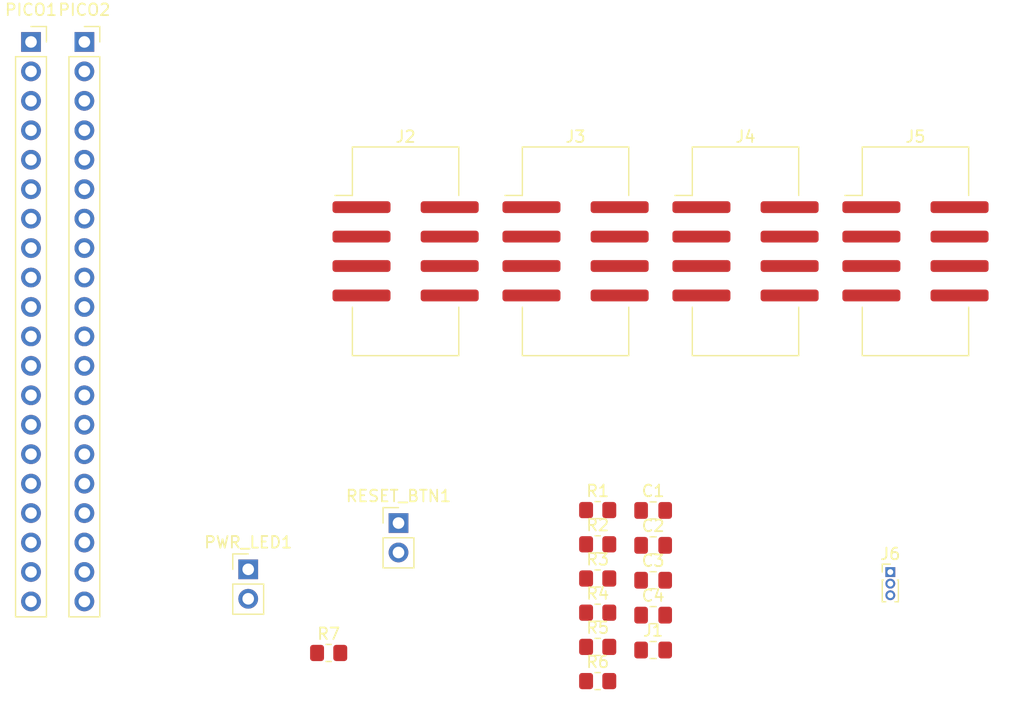
<source format=kicad_pcb>
(kicad_pcb (version 20221018) (generator pcbnew)
  (layers (0 "F.Cu" signal) (31 "B.Cu" signal) (34 "B.Paste" user) (35 "F.Paste" user) (36 "B.SilkS" user "B.Silkscreen") (37 "F.SilkS" user "F.Silkscreen") (38 "B.Mask" user) (39 "F.Mask" user) (44 "Edge.Cuts" user))
  (net 0 "")
  (net 1 "/CLK")
  (net 2 "/SI")
  (net 3 "GND")
  (net 4 "/CS1")
  (net 5 "/SO")
  (net 6 "/CS0")
  (net 7 "/CS5")
  (net 8 "/CS4")
  (net 9 "/CS3")
  (net 10 "/CS2")
  (net 11 "/CS7")
  (net 12 "/CS6")
  (net 13 "/USB_PIO_DO")
  (net 14 "/USB_PIO_DI")
  (net 18 "+5V")
  (net 21 "+3V3")
  (net 22 "/PWR_LED")
  (net 24 "/AUD_PWM1")
  (net 25 "/AUD_PWM0")
  (net 26 "/RESET")
  (net 32 "/UART_RX")
  (net 33 "/UART_TX")
  (net 34 "Net-(PWR_LED1-Pin_2)")
  (net 35 "Net-(C1-Pad2)")
  (net 36 "Net-(C2-Pad1)")
  (net 38 "/AUD_R")
  (net 39 "/AUD_L")
  (footprint "Connector_PinHeader_2.54mm:PinHeader_1x02_P2.54mm_Vertical" (layer "F.Cu") (at 123.9266 107.3404)
    (fp_text reference "PWR_LED1" (at 0 -2.33) (layer "F.SilkS"))
    (fp_text value "Power IN")
    (fp_line (start -1.33 -1.33) (end 0 -1.33) (stroke (width 0.12)) (layer "F.SilkS"))
    (fp_line (start -1.33 0) (end -1.33 -1.33) (stroke (width 0.12)) (layer "F.SilkS"))
    (fp_line (start -1.33 1.27) (end -1.33 3.87) (stroke (width 0.12)) (layer "F.SilkS"))
    (fp_line (start -1.33 1.27) (end 1.33 1.27) (stroke (width 0.12)) (layer "F.SilkS"))
    (fp_line (start -1.33 3.87) (end 1.33 3.87) (stroke (width 0.12)) (layer "F.SilkS"))
    (fp_line (start 1.33 1.27) (end 1.33 3.87) (stroke (width 0.12)) (layer "F.SilkS"))
    (pad "1" thru_hole rect (at 0 0) (size 1.7 1.7) (drill 1) (layers "*.Cu" "*.Mask") (net 3 "GND"))
    (pad "2" thru_hole oval (at 0 2.54) (size 1.7 1.7) (drill 1) (layers "*.Cu" "*.Mask") (net 34 "Net-(PWR_LED1-Pin_2)"))
  )
  (footprint "Resistor_SMD:R_0805_2012Metric_Pad1.20x1.40mm_HandSolder" (layer "F.Cu") (at 154.0501 102.23)
    (fp_text reference "R1" (at 0 -1.65) (layer "F.SilkS"))
    (fp_text value "R")
    (fp_line (start -0.227064 -0.735) (end 0.227064 -0.735) (stroke (width 0.12)) (layer "F.SilkS"))
    (fp_line (start -0.227064 0.735) (end 0.227064 0.735) (stroke (width 0.12)) (layer "F.SilkS"))
    (pad "1" smd roundrect (at -1 0) (size 1.2 1.4) (layers "F.Cu" "F.Paste" "F.Mask") (roundrect_rratio 0.208333) (net 25 "/AUD_PWM0"))
    (pad "2" smd roundrect (at 1 0) (size 1.2 1.4) (layers "F.Cu" "F.Paste" "F.Mask") (roundrect_rratio 0.208333) (net 35 "Net-(C1-Pad2)"))
  )
  (footprint "Capacitor_SMD:C_0805_2012Metric_Pad1.18x1.45mm_HandSolder" (layer "F.Cu") (at 158.8301 105.27)
    (fp_text reference "C2" (at 0 -1.68) (layer "F.SilkS"))
    (fp_text value "C")
    (fp_line (start -0.261252 -0.735) (end 0.261252 -0.735) (stroke (width 0.12)) (layer "F.SilkS"))
    (fp_line (start -0.261252 0.735) (end 0.261252 0.735) (stroke (width 0.12)) (layer "F.SilkS"))
    (pad "1" smd roundrect (at -1.0375 0) (size 1.175 1.45) (layers "F.Cu" "F.Paste" "F.Mask") (roundrect_rratio 0.212766) (net 36 "Net-(C2-Pad1)"))
    (pad "2" smd roundrect (at 1.0375 0) (size 1.175 1.45) (layers "F.Cu" "F.Paste" "F.Mask") (roundrect_rratio 0.212766) (net 3 "GND"))
  )
  (footprint "Capacitor_SMD:C_0805_2012Metric_Pad1.18x1.45mm_HandSolder" (layer "F.Cu") (at 158.8301 111.29)
    (fp_text reference "C4" (at 0 -1.68) (layer "F.SilkS"))
    (fp_text value "C")
    (fp_line (start -0.261252 -0.735) (end 0.261252 -0.735) (stroke (width 0.12)) (layer "F.SilkS"))
    (fp_line (start -0.261252 0.735) (end 0.261252 0.735) (stroke (width 0.12)) (layer "F.SilkS"))
    (pad "1" smd roundrect (at -1.0375 0) (size 1.175 1.45) (layers "F.Cu" "F.Paste" "F.Mask") (roundrect_rratio 0.212766) (net 36 "Net-(C2-Pad1)"))
    (pad "2" smd roundrect (at 1.0375 0) (size 1.175 1.45) (layers "F.Cu" "F.Paste" "F.Mask") (roundrect_rratio 0.212766) (net 38 "/AUD_R"))
  )
  (footprint "Connector_IDC:IDC-Header_2x04_P2.54mm_Vertical_SMD" (layer "F.Cu") (at 152.1422 79.9084)
    (fp_text reference "J3" (at 0 -9.89) (layer "F.SilkS"))
    (fp_text value "Conn_02x04_Top_Bottom")
    (fp_line (start -4.585 -9) (end 4.585 -9) (stroke (width 0.12)) (layer "F.SilkS"))
    (fp_line (start -4.585 -4.82) (end -6.085 -4.82) (stroke (width 0.12)) (layer "F.SilkS"))
    (fp_line (start -4.585 -4.82) (end -4.585 -9) (stroke (width 0.12)) (layer "F.SilkS"))
    (fp_line (start -4.585 4.82) (end -4.585 9) (stroke (width 0.12)) (layer "F.SilkS"))
    (fp_line (start -4.585 9) (end 4.585 9) (stroke (width 0.12)) (layer "F.SilkS"))
    (fp_line (start 4.585 -9) (end 4.585 -4.82) (stroke (width 0.12)) (layer "F.SilkS"))
    (fp_line (start 4.585 9) (end 4.585 4.82) (stroke (width 0.12)) (layer "F.SilkS"))
    (pad "1" smd roundrect (at -3.8 -3.81) (size 5 1.02) (layers "F.Cu" "F.Paste" "F.Mask") (net 21 "+3V3"))
    (pad "2" smd roundrect (at 3.8 -3.81) (size 5 1.02) (layers "F.Cu" "F.Paste" "F.Mask") (net 18 "+5V"))
    (pad "3" smd roundrect (at -3.8 -1.27) (size 5 1.02) (layers "F.Cu" "F.Paste" "F.Mask") (net 3 "GND"))
    (pad "4" smd roundrect (at 3.8 -1.27) (size 5 1.02) (layers "F.Cu" "F.Paste" "F.Mask") (net 7 "/CS5"))
    (pad "5" smd roundrect (at -3.8 1.27) (size 5 1.02) (layers "F.Cu" "F.Paste" "F.Mask") (net 1 "/CLK"))
    (pad "6" smd roundrect (at 3.8 1.27) (size 5 1.02) (layers "F.Cu" "F.Paste" "F.Mask") (net 5 "/SO"))
    (pad "7" smd roundrect (at -3.8 3.81) (size 5 1.02) (layers "F.Cu" "F.Paste" "F.Mask") (net 2 "/SI"))
    (pad "8" smd roundrect (at 3.8 3.81) (size 5 1.02) (layers "F.Cu" "F.Paste" "F.Mask") (net 8 "/CS4"))
  )
  (footprint "Resistor_SMD:R_0805_2012Metric_Pad1.20x1.40mm_HandSolder" (layer "F.Cu") (at 154.0501 116.98)
    (fp_text reference "R6" (at 0 -1.65) (layer "F.SilkS"))
    (fp_text value "R")
    (fp_line (start -0.227064 -0.735) (end 0.227064 -0.735) (stroke (width 0.12)) (layer "F.SilkS"))
    (fp_line (start -0.227064 0.735) (end 0.227064 0.735) (stroke (width 0.12)) (layer "F.SilkS"))
    (pad "1" smd roundrect (at -1 0) (size 1.2 1.4) (layers "F.Cu" "F.Paste" "F.Mask") (roundrect_rratio 0.208333) (net 39 "/AUD_L"))
    (pad "2" smd roundrect (at 1 0) (size 1.2 1.4) (layers "F.Cu" "F.Paste" "F.Mask") (roundrect_rratio 0.208333) (net 3 "GND"))
  )
  (footprint "Capacitor_SMD:C_0805_2012Metric_Pad1.18x1.45mm_HandSolder" (layer "F.Cu") (at 158.8301 114.3)
    (fp_text reference "J1" (at 0 -1.68) (layer "F.SilkS"))
    (fp_text value "Barrel_Jack")
    (fp_line (start -0.261252 -0.735) (end 0.261252 -0.735) (stroke (width 0.12)) (layer "F.SilkS"))
    (fp_line (start -0.261252 0.735) (end 0.261252 0.735) (stroke (width 0.12)) (layer "F.SilkS"))
    (pad "1" smd roundrect (at -1.0375 0) (size 1.175 1.45) (layers "F.Cu" "F.Paste" "F.Mask") (roundrect_rratio 0.212766) (net 18 "+5V"))
    (pad "2" smd roundrect (at 1.0375 0) (size 1.175 1.45) (layers "F.Cu" "F.Paste" "F.Mask") (roundrect_rratio 0.212766) (net 3 "GND"))
  )
  (footprint "Resistor_SMD:R_0805_2012Metric_Pad1.20x1.40mm_HandSolder" (layer "F.Cu") (at 154.0501 108.13)
    (fp_text reference "R3" (at 0 -1.65) (layer "F.SilkS"))
    (fp_text value "R")
    (fp_line (start -0.227064 -0.735) (end 0.227064 -0.735) (stroke (width 0.12)) (layer "F.SilkS"))
    (fp_line (start -0.227064 0.735) (end 0.227064 0.735) (stroke (width 0.12)) (layer "F.SilkS"))
    (pad "1" smd roundrect (at -1 0) (size 1.2 1.4) (layers "F.Cu" "F.Paste" "F.Mask") (roundrect_rratio 0.208333) (net 3 "GND"))
    (pad "2" smd roundrect (at 1 0) (size 1.2 1.4) (layers "F.Cu" "F.Paste" "F.Mask") (roundrect_rratio 0.208333) (net 35 "Net-(C1-Pad2)"))
  )
  (footprint "Connector_PinSocket_2.54mm:PinSocket_1x20_P2.54mm_Vertical" (layer "F.Cu") (at 105.2042 61.849)
    (fp_text reference "PICO1" (at 0 -2.77) (layer "F.SilkS"))
    (fp_text value "PICO_L")
    (fp_line (start -1.33 1.27) (end -1.33 49.59) (stroke (width 0.12)) (layer "F.SilkS"))
    (fp_line (start -1.33 1.27) (end 1.33 1.27) (stroke (width 0.12)) (layer "F.SilkS"))
    (fp_line (start -1.33 49.59) (end 1.33 49.59) (stroke (width 0.12)) (layer "F.SilkS"))
    (fp_line (start 0 -1.33) (end 1.33 -1.33) (stroke (width 0.12)) (layer "F.SilkS"))
    (fp_line (start 1.33 -1.33) (end 1.33 0) (stroke (width 0.12)) (layer "F.SilkS"))
    (fp_line (start 1.33 1.27) (end 1.33 49.59) (stroke (width 0.12)) (layer "F.SilkS"))
    (pad "1" thru_hole rect (at 0 0) (size 1.7 1.7) (drill 1) (layers "*.Cu" "*.Mask") (net 13 "/USB_PIO_DO"))
    (pad "2" thru_hole oval (at 0 2.54) (size 1.7 1.7) (drill 1) (layers "*.Cu" "*.Mask") (net 14 "/USB_PIO_DI"))
    (pad "3" thru_hole oval (at 0 5.08) (size 1.7 1.7) (drill 1) (layers "*.Cu" "*.Mask") (net 3 "GND"))
    (pad "4" thru_hole oval (at 0 7.62) (size 1.7 1.7) (drill 1) (layers "*.Cu" "*.Mask") (net 1 "/CLK"))
    (pad "5" thru_hole oval (at 0 10.16) (size 1.7 1.7) (drill 1) (layers "*.Cu" "*.Mask") (net 5 "/SO"))
    (pad "6" thru_hole oval (at 0 12.7) (size 1.7 1.7) (drill 1) (layers "*.Cu" "*.Mask") (net 2 "/SI"))
    (pad "7" thru_hole oval (at 0 15.24) (size 1.7 1.7) (drill 1) (layers "*.Cu" "*.Mask") (net 6 "/CS0"))
    (pad "8" thru_hole oval (at 0 17.78) (size 1.7 1.7) (drill 1) (layers "*.Cu" "*.Mask") (net 3 "GND"))
    (pad "9" thru_hole oval (at 0 20.32) (size 1.7 1.7) (drill 1) (layers "*.Cu" "*.Mask") (net 4 "/CS1"))
    (pad "10" thru_hole oval (at 0 22.86) (size 1.7 1.7) (drill 1) (layers "*.Cu" "*.Mask") (net 10 "/CS2"))
    (pad "11" thru_hole oval (at 0 25.4) (size 1.7 1.7) (drill 1) (layers "*.Cu" "*.Mask") (net 9 "/CS3"))
    (pad "12" thru_hole oval (at 0 27.94) (size 1.7 1.7) (drill 1) (layers "*.Cu" "*.Mask") (net 8 "/CS4"))
    (pad "13" thru_hole oval (at 0 30.48) (size 1.7 1.7) (drill 1) (layers "*.Cu" "*.Mask") (net 3 "GND"))
    (pad "14" thru_hole oval (at 0 33.02) (size 1.7 1.7) (drill 1) (layers "*.Cu" "*.Mask") (net 7 "/CS5"))
    (pad "15" thru_hole oval (at 0 35.56) (size 1.7 1.7) (drill 1) (layers "*.Cu" "*.Mask") (net 12 "/CS6"))
    (pad "16" thru_hole oval (at 0 38.1) (size 1.7 1.7) (drill 1) (layers "*.Cu" "*.Mask") (net 11 "/CS7"))
    (pad "17" thru_hole oval (at 0 40.64) (size 1.7 1.7) (drill 1) (layers "*.Cu" "*.Mask"))
    (pad "18" thru_hole oval (at 0 43.18) (size 1.7 1.7) (drill 1) (layers "*.Cu" "*.Mask") (net 3 "GND"))
    (pad "19" thru_hole oval (at 0 45.72) (size 1.7 1.7) (drill 1) (layers "*.Cu" "*.Mask"))
    (pad "20" thru_hole oval (at 0 48.26) (size 1.7 1.7) (drill 1) (layers "*.Cu" "*.Mask"))
  )
  (footprint "Resistor_SMD:R_0805_2012Metric_Pad1.20x1.40mm_HandSolder" (layer "F.Cu") (at 130.8608 114.554)
    (fp_text reference "R7" (at 0 -1.65) (layer "F.SilkS"))
    (fp_text value "R")
    (fp_line (start -0.227064 -0.735) (end 0.227064 -0.735) (stroke (width 0.12)) (layer "F.SilkS"))
    (fp_line (start -0.227064 0.735) (end 0.227064 0.735) (stroke (width 0.12)) (layer "F.SilkS"))
    (pad "1" smd roundrect (at -1 0) (size 1.2 1.4) (layers "F.Cu" "F.Paste" "F.Mask") (roundrect_rratio 0.208333) (net 22 "/PWR_LED"))
    (pad "2" smd roundrect (at 1 0) (size 1.2 1.4) (layers "F.Cu" "F.Paste" "F.Mask") (roundrect_rratio 0.208333) (net 34 "Net-(PWR_LED1-Pin_2)"))
  )
  (footprint "Capacitor_SMD:C_0805_2012Metric_Pad1.18x1.45mm_HandSolder" (layer "F.Cu") (at 158.8301 108.28)
    (fp_text reference "C3" (at 0 -1.68) (layer "F.SilkS"))
    (fp_text value "C")
    (fp_line (start -0.261252 -0.735) (end 0.261252 -0.735) (stroke (width 0.12)) (layer "F.SilkS"))
    (fp_line (start -0.261252 0.735) (end 0.261252 0.735) (stroke (width 0.12)) (layer "F.SilkS"))
    (pad "1" smd roundrect (at -1.0375 0) (size 1.175 1.45) (layers "F.Cu" "F.Paste" "F.Mask") (roundrect_rratio 0.212766) (net 35 "Net-(C1-Pad2)"))
    (pad "2" smd roundrect (at 1.0375 0) (size 1.175 1.45) (layers "F.Cu" "F.Paste" "F.Mask") (roundrect_rratio 0.212766))
  )
  (footprint "Connector_PinSocket_2.54mm:PinSocket_1x20_P2.54mm_Vertical" (layer "F.Cu") (at 109.8042 61.849)
    (fp_text reference "PICO2" (at 0 -2.77) (layer "F.SilkS"))
    (fp_text value "PICO_R")
    (fp_line (start -1.33 1.27) (end -1.33 49.59) (stroke (width 0.12)) (layer "F.SilkS"))
    (fp_line (start -1.33 1.27) (end 1.33 1.27) (stroke (width 0.12)) (layer "F.SilkS"))
    (fp_line (start -1.33 49.59) (end 1.33 49.59) (stroke (width 0.12)) (layer "F.SilkS"))
    (fp_line (start 0 -1.33) (end 1.33 -1.33) (stroke (width 0.12)) (layer "F.SilkS"))
    (fp_line (start 1.33 -1.33) (end 1.33 0) (stroke (width 0.12)) (layer "F.SilkS"))
    (fp_line (start 1.33 1.27) (end 1.33 49.59) (stroke (width 0.12)) (layer "F.SilkS"))
    (pad "1" thru_hole rect (at 0 0) (size 1.7 1.7) (drill 1) (layers "*.Cu" "*.Mask") (net 18 "+5V"))
    (pad "2" thru_hole oval (at 0 2.54) (size 1.7 1.7) (drill 1) (layers "*.Cu" "*.Mask"))
    (pad "3" thru_hole oval (at 0 5.08) (size 1.7 1.7) (drill 1) (layers "*.Cu" "*.Mask") (net 3 "GND"))
    (pad "4" thru_hole oval (at 0 7.62) (size 1.7 1.7) (drill 1) (layers "*.Cu" "*.Mask"))
    (pad "5" thru_hole oval (at 0 10.16) (size 1.7 1.7) (drill 1) (layers "*.Cu" "*.Mask") (net 21 "+3V3"))
    (pad "6" thru_hole oval (at 0 12.7) (size 1.7 1.7) (drill 1) (layers "*.Cu" "*.Mask") (net 22 "/PWR_LED"))
    (pad "7" thru_hole oval (at 0 15.24) (size 1.7 1.7) (drill 1) (layers "*.Cu" "*.Mask"))
    (pad "8" thru_hole oval (at 0 17.78) (size 1.7 1.7) (drill 1) (layers "*.Cu" "*.Mask") (net 3 "GND"))
    (pad "9" thru_hole oval (at 0 20.32) (size 1.7 1.7) (drill 1) (layers "*.Cu" "*.Mask") (net 24 "/AUD_PWM1"))
    (pad "10" thru_hole oval (at 0 22.86) (size 1.7 1.7) (drill 1) (layers "*.Cu" "*.Mask") (net 25 "/AUD_PWM0"))
    (pad "11" thru_hole oval (at 0 25.4) (size 1.7 1.7) (drill 1) (layers "*.Cu" "*.Mask") (net 26 "/RESET"))
    (pad "12" thru_hole oval (at 0 27.94) (size 1.7 1.7) (drill 1) (layers "*.Cu" "*.Mask"))
    (pad "13" thru_hole oval (at 0 30.48) (size 1.7 1.7) (drill 1) (layers "*.Cu" "*.Mask") (net 3 "GND"))
    (pad "14" thru_hole oval (at 0 33.02) (size 1.7 1.7) (drill 1) (layers "*.Cu" "*.Mask"))
    (pad "15" thru_hole oval (at 0 35.56) (size 1.7 1.7) (drill 1) (layers "*.Cu" "*.Mask"))
    (pad "16" thru_hole oval (at 0 38.1) (size 1.7 1.7) (drill 1) (layers "*.Cu" "*.Mask"))
    (pad "17" thru_hole oval (at 0 40.64) (size 1.7 1.7) (drill 1) (layers "*.Cu" "*.Mask"))
    (pad "18" thru_hole oval (at 0 43.18) (size 1.7 1.7) (drill 1) (layers "*.Cu" "*.Mask") (net 3 "GND"))
    (pad "19" thru_hole oval (at 0 45.72) (size 1.7 1.7) (drill 1) (layers "*.Cu" "*.Mask") (net 32 "/UART_RX"))
    (pad "20" thru_hole oval (at 0 48.26) (size 1.7 1.7) (drill 1) (layers "*.Cu" "*.Mask") (net 33 "/UART_TX"))
  )
  (footprint "Resistor_SMD:R_0805_2012Metric_Pad1.20x1.40mm_HandSolder" (layer "F.Cu") (at 154.0501 105.18)
    (fp_text reference "R2" (at 0 -1.65) (layer "F.SilkS"))
    (fp_text value "R")
    (fp_line (start -0.227064 -0.735) (end 0.227064 -0.735) (stroke (width 0.12)) (layer "F.SilkS"))
    (fp_line (start -0.227064 0.735) (end 0.227064 0.735) (stroke (width 0.12)) (layer "F.SilkS"))
    (pad "1" smd roundrect (at -1 0) (size 1.2 1.4) (layers "F.Cu" "F.Paste" "F.Mask") (roundrect_rratio 0.208333) (net 24 "/AUD_PWM1"))
    (pad "2" smd roundrect (at 1 0) (size 1.2 1.4) (layers "F.Cu" "F.Paste" "F.Mask") (roundrect_rratio 0.208333) (net 36 "Net-(C2-Pad1)"))
  )
  (footprint "Connector_PinHeader_1.00mm:PinHeader_1x03_P1.00mm_Vertical" (layer "F.Cu") (at 179.2732 107.5756)
    (fp_text reference "J6" (at 0 -1.56) (layer "F.SilkS"))
    (fp_text value "Conn_01x03_Socket")
    (fp_line (start -0.695 -0.685) (end 0 -0.685) (stroke (width 0.12)) (layer "F.SilkS"))
    (fp_line (start -0.695 0) (end -0.695 -0.685) (stroke (width 0.12)) (layer "F.SilkS"))
    (fp_line (start -0.695 0.685) (end -0.695 2.56) (stroke (width 0.12)) (layer "F.SilkS"))
    (fp_line (start -0.695 0.685) (end -0.608276 0.685) (stroke (width 0.12)) (layer "F.SilkS"))
    (fp_line (start -0.695 2.56) (end -0.394493 2.56) (stroke (width 0.12)) (layer "F.SilkS"))
    (fp_line (start 0.394493 2.56) (end 0.695 2.56) (stroke (width 0.12)) (layer "F.SilkS"))
    (fp_line (start 0.608276 0.685) (end 0.695 0.685) (stroke (width 0.12)) (layer "F.SilkS"))
    (fp_line (start 0.695 0.685) (end 0.695 2.56) (stroke (width 0.12)) (layer "F.SilkS"))
    (pad "1" thru_hole rect (at 0 0) (size 0.85 0.85) (drill 0.5) (layers "*.Cu" "*.Mask") (net 39 "/AUD_L"))
    (pad "2" thru_hole oval (at 0 1) (size 0.85 0.85) (drill 0.5) (layers "*.Cu" "*.Mask") (net 3 "GND"))
    (pad "3" thru_hole oval (at 0 2) (size 0.85 0.85) (drill 0.5) (layers "*.Cu" "*.Mask") (net 38 "/AUD_R"))
  )
  (footprint "Resistor_SMD:R_0805_2012Metric_Pad1.20x1.40mm_HandSolder" (layer "F.Cu") (at 154.0501 111.08)
    (fp_text reference "R4" (at 0 -1.65) (layer "F.SilkS"))
    (fp_text value "R")
    (fp_line (start -0.227064 -0.735) (end 0.227064 -0.735) (stroke (width 0.12)) (layer "F.SilkS"))
    (fp_line (start -0.227064 0.735) (end 0.227064 0.735) (stroke (width 0.12)) (layer "F.SilkS"))
    (pad "1" smd roundrect (at -1 0) (size 1.2 1.4) (layers "F.Cu" "F.Paste" "F.Mask") (roundrect_rratio 0.208333) (net 36 "Net-(C2-Pad1)"))
    (pad "2" smd roundrect (at 1 0) (size 1.2 1.4) (layers "F.Cu" "F.Paste" "F.Mask") (roundrect_rratio 0.208333) (net 3 "GND"))
  )
  (footprint "Connector_IDC:IDC-Header_2x04_P2.54mm_Vertical_SMD" (layer "F.Cu") (at 181.4422 79.9084)
    (fp_text reference "J5" (at 0 -9.89) (layer "F.SilkS"))
    (fp_text value "Conn_02x04_Top_Bottom")
    (fp_line (start -4.585 -9) (end 4.585 -9) (stroke (width 0.12)) (layer "F.SilkS"))
    (fp_line (start -4.585 -4.82) (end -6.085 -4.82) (stroke (width 0.12)) (layer "F.SilkS"))
    (fp_line (start -4.585 -4.82) (end -4.585 -9) (stroke (width 0.12)) (layer "F.SilkS"))
    (fp_line (start -4.585 4.82) (end -4.585 9) (stroke (width 0.12)) (layer "F.SilkS"))
    (fp_line (start -4.585 9) (end 4.585 9) (stroke (width 0.12)) (layer "F.SilkS"))
    (fp_line (start 4.585 -9) (end 4.585 -4.82) (stroke (width 0.12)) (layer "F.SilkS"))
    (fp_line (start 4.585 9) (end 4.585 4.82) (stroke (width 0.12)) (layer "F.SilkS"))
    (pad "1" smd roundrect (at -3.8 -3.81) (size 5 1.02) (layers "F.Cu" "F.Paste" "F.Mask") (net 21 "+3V3"))
    (pad "2" smd roundrect (at 3.8 -3.81) (size 5 1.02) (layers "F.Cu" "F.Paste" "F.Mask") (net 18 "+5V"))
    (pad "3" smd roundrect (at -3.8 -1.27) (size 5 1.02) (layers "F.Cu" "F.Paste" "F.Mask") (net 3 "GND"))
    (pad "4" smd roundrect (at 3.8 -1.27) (size 5 1.02) (layers "F.Cu" "F.Paste" "F.Mask") (net 11 "/CS7"))
    (pad "5" smd roundrect (at -3.8 1.27) (size 5 1.02) (layers "F.Cu" "F.Paste" "F.Mask") (net 1 "/CLK"))
    (pad "6" smd roundrect (at 3.8 1.27) (size 5 1.02) (layers "F.Cu" "F.Paste" "F.Mask") (net 5 "/SO"))
    (pad "7" smd roundrect (at -3.8 3.81) (size 5 1.02) (layers "F.Cu" "F.Paste" "F.Mask") (net 2 "/SI"))
    (pad "8" smd roundrect (at 3.8 3.81) (size 5 1.02) (layers "F.Cu" "F.Paste" "F.Mask") (net 12 "/CS6"))
  )
  (footprint "Connector_PinHeader_2.54mm:PinHeader_1x02_P2.54mm_Vertical" (layer "F.Cu") (at 136.8806 103.3476)
    (fp_text reference "RESET_BTN1" (at 0 -2.33) (layer "F.SilkS"))
    (fp_text value "Power IN")
    (fp_line (start -1.33 -1.33) (end 0 -1.33) (stroke (width 0.12)) (layer "F.SilkS"))
    (fp_line (start -1.33 0) (end -1.33 -1.33) (stroke (width 0.12)) (layer "F.SilkS"))
    (fp_line (start -1.33 1.27) (end -1.33 3.87) (stroke (width 0.12)) (layer "F.SilkS"))
    (fp_line (start -1.33 1.27) (end 1.33 1.27) (stroke (width 0.12)) (layer "F.SilkS"))
    (fp_line (start -1.33 3.87) (end 1.33 3.87) (stroke (width 0.12)) (layer "F.SilkS"))
    (fp_line (start 1.33 1.27) (end 1.33 3.87) (stroke (width 0.12)) (layer "F.SilkS"))
    (pad "1" thru_hole rect (at 0 0) (size 1.7 1.7) (drill 1) (layers "*.Cu" "*.Mask") (net 3 "GND"))
    (pad "2" thru_hole oval (at 0 2.54) (size 1.7 1.7) (drill 1) (layers "*.Cu" "*.Mask") (net 26 "/RESET"))
  )
  (footprint "Connector_IDC:IDC-Header_2x04_P2.54mm_Vertical_SMD" (layer "F.Cu") (at 166.7922 79.9084)
    (fp_text reference "J4" (at 0 -9.89) (layer "F.SilkS"))
    (fp_text value "Conn_02x04_Top_Bottom")
    (fp_line (start -4.585 -9) (end 4.585 -9) (stroke (width 0.12)) (layer "F.SilkS"))
    (fp_line (start -4.585 -4.82) (end -6.085 -4.82) (stroke (width 0.12)) (layer "F.SilkS"))
    (fp_line (start -4.585 -4.82) (end -4.585 -9) (stroke (width 0.12)) (layer "F.SilkS"))
    (fp_line (start -4.585 4.82) (end -4.585 9) (stroke (width 0.12)) (layer "F.SilkS"))
    (fp_line (start -4.585 9) (end 4.585 9) (stroke (width 0.12)) (layer "F.SilkS"))
    (fp_line (start 4.585 -9) (end 4.585 -4.82) (stroke (width 0.12)) (layer "F.SilkS"))
    (fp_line (start 4.585 9) (end 4.585 4.82) (stroke (width 0.12)) (layer "F.SilkS"))
    (pad "1" smd roundrect (at -3.8 -3.81) (size 5 1.02) (layers "F.Cu" "F.Paste" "F.Mask") (net 21 "+3V3"))
    (pad "2" smd roundrect (at 3.8 -3.81) (size 5 1.02) (layers "F.Cu" "F.Paste" "F.Mask") (net 18 "+5V"))
    (pad "3" smd roundrect (at -3.8 -1.27) (size 5 1.02) (layers "F.Cu" "F.Paste" "F.Mask") (net 3 "GND"))
    (pad "4" smd roundrect (at 3.8 -1.27) (size 5 1.02) (layers "F.Cu" "F.Paste" "F.Mask") (net 9 "/CS3"))
    (pad "5" smd roundrect (at -3.8 1.27) (size 5 1.02) (layers "F.Cu" "F.Paste" "F.Mask") (net 1 "/CLK"))
    (pad "6" smd roundrect (at 3.8 1.27) (size 5 1.02) (layers "F.Cu" "F.Paste" "F.Mask") (net 5 "/SO"))
    (pad "7" smd roundrect (at -3.8 3.81) (size 5 1.02) (layers "F.Cu" "F.Paste" "F.Mask") (net 2 "/SI"))
    (pad "8" smd roundrect (at 3.8 3.81) (size 5 1.02) (layers "F.Cu" "F.Paste" "F.Mask") (net 10 "/CS2"))
  )
  (footprint "Connector_IDC:IDC-Header_2x04_P2.54mm_Vertical_SMD" (layer "F.Cu") (at 137.4922 79.9084)
    (fp_text reference "J2" (at 0 -9.89) (layer "F.SilkS"))
    (fp_text value "Conn_02x04_Top_Bottom")
    (fp_line (start -4.585 -9) (end 4.585 -9) (stroke (width 0.12)) (layer "F.SilkS"))
    (fp_line (start -4.585 -4.82) (end -6.085 -4.82) (stroke (width 0.12)) (layer "F.SilkS"))
    (fp_line (start -4.585 -4.82) (end -4.585 -9) (stroke (width 0.12)) (layer "F.SilkS"))
    (fp_line (start -4.585 4.82) (end -4.585 9) (stroke (width 0.12)) (layer "F.SilkS"))
    (fp_line (start -4.585 9) (end 4.585 9) (stroke (width 0.12)) (layer "F.SilkS"))
    (fp_line (start 4.585 -9) (end 4.585 -4.82) (stroke (width 0.12)) (layer "F.SilkS"))
    (fp_line (start 4.585 9) (end 4.585 4.82) (stroke (width 0.12)) (layer "F.SilkS"))
    (pad "1" smd roundrect (at -3.8 -3.81) (size 5 1.02) (layers "F.Cu" "F.Paste" "F.Mask") (net 21 "+3V3"))
    (pad "2" smd roundrect (at 3.8 -3.81) (size 5 1.02) (layers "F.Cu" "F.Paste" "F.Mask") (net 18 "+5V"))
    (pad "3" smd roundrect (at -3.8 -1.27) (size 5 1.02) (layers "F.Cu" "F.Paste" "F.Mask") (net 3 "GND"))
    (pad "4" smd roundrect (at 3.8 -1.27) (size 5 1.02) (layers "F.Cu" "F.Paste" "F.Mask") (net 4 "/CS1"))
    (pad "5" smd roundrect (at -3.8 1.27) (size 5 1.02) (layers "F.Cu" "F.Paste" "F.Mask") (net 1 "/CLK"))
    (pad "6" smd roundrect (at 3.8 1.27) (size 5 1.02) (layers "F.Cu" "F.Paste" "F.Mask") (net 5 "/SO"))
    (pad "7" smd roundrect (at -3.8 3.81) (size 5 1.02) (layers "F.Cu" "F.Paste" "F.Mask") (net 2 "/SI"))
    (pad "8" smd roundrect (at 3.8 3.81) (size 5 1.02) (layers "F.Cu" "F.Paste" "F.Mask") (net 6 "/CS0"))
  )
  (footprint "Resistor_SMD:R_0805_2012Metric_Pad1.20x1.40mm_HandSolder" (layer "F.Cu") (at 154.0501 114.03)
    (fp_text reference "R5" (at 0 -1.65) (layer "F.SilkS"))
    (fp_text value "R")
    (fp_line (start -0.227064 -0.735) (end 0.227064 -0.735) (stroke (width 0.12)) (layer "F.SilkS"))
    (fp_line (start -0.227064 0.735) (end 0.227064 0.735) (stroke (width 0.12)) (layer "F.SilkS"))
    (pad "1" smd roundrect (at -1 0) (size 1.2 1.4) (layers "F.Cu" "F.Paste" "F.Mask") (roundrect_rratio 0.208333) (net 3 "GND"))
    (pad "2" smd roundrect (at 1 0) (size 1.2 1.4) (layers "F.Cu" "F.Paste" "F.Mask") (roundrect_rratio 0.208333) (net 38 "/AUD_R"))
  )
  (footprint "Capacitor_SMD:C_0805_2012Metric_Pad1.18x1.45mm_HandSolder" (layer "F.Cu") (at 158.8301 102.26)
    (fp_text reference "C1" (at 0 -1.68) (layer "F.SilkS"))
    (fp_text value "C")
    (fp_line (start -0.261252 -0.735) (end 0.261252 -0.735) (stroke (width 0.12)) (layer "F.SilkS"))
    (fp_line (start -0.261252 0.735) (end 0.261252 0.735) (stroke (width 0.12)) (layer "F.SilkS"))
    (pad "1" smd roundrect (at -1.0375 0) (size 1.175 1.45) (layers "F.Cu" "F.Paste" "F.Mask") (roundrect_rratio 0.212766) (net 3 "GND"))
    (pad "2" smd roundrect (at 1.0375 0) (size 1.175 1.45) (layers "F.Cu" "F.Paste" "F.Mask") (roundrect_rratio 0.212766) (net 35 "Net-(C1-Pad2)"))
  )
)
</source>
